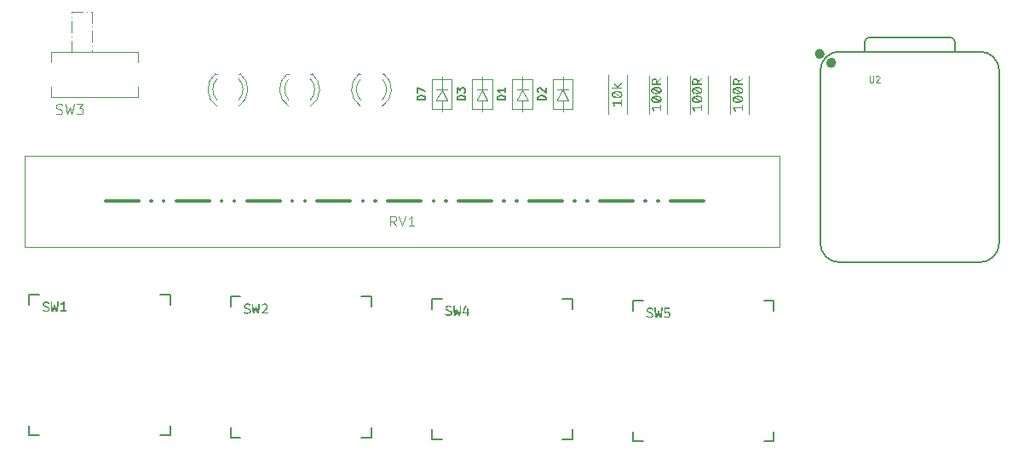
<source format=gbr>
%TF.GenerationSoftware,KiCad,Pcbnew,9.0.4-1.fc42app3*%
%TF.CreationDate,2025-10-16T16:53:33+02:00*%
%TF.ProjectId,ccc_macropad,6363635f-6d61-4637-926f-7061642e6b69,rev?*%
%TF.SameCoordinates,Original*%
%TF.FileFunction,Legend,Top*%
%TF.FilePolarity,Positive*%
%FSLAX46Y46*%
G04 Gerber Fmt 4.6, Leading zero omitted, Abs format (unit mm)*
G04 Created by KiCad (PCBNEW 9.0.4-1.fc42app3) date 2025-10-16 16:53:33*
%MOMM*%
%LPD*%
G01*
G04 APERTURE LIST*
%ADD10C,0.150000*%
%ADD11C,0.100000*%
%ADD12C,0.101600*%
%ADD13C,0.125000*%
%ADD14C,0.120000*%
%ADD15C,0.300000*%
%ADD16C,0.127000*%
%ADD17C,0.504000*%
G04 APERTURE END LIST*
D10*
G36*
X113788250Y-63958522D02*
G01*
X113876483Y-63863329D01*
X113940894Y-63913098D01*
X114014358Y-63950829D01*
X114093080Y-63974508D01*
X114171895Y-63982275D01*
X114237164Y-63977282D01*
X114289012Y-63963572D01*
X114330103Y-63942402D01*
X114363169Y-63912119D01*
X114382332Y-63876573D01*
X114388904Y-63833898D01*
X114385443Y-63806224D01*
X114375286Y-63781778D01*
X114358069Y-63759709D01*
X114323804Y-63731320D01*
X114277591Y-63704388D01*
X114167681Y-63657493D01*
X114047270Y-63608522D01*
X113989151Y-63579506D01*
X113937360Y-63546912D01*
X113892085Y-63508298D01*
X113856821Y-63463625D01*
X113840101Y-63430171D01*
X113829698Y-63391565D01*
X113826047Y-63346694D01*
X113829687Y-63302810D01*
X113840250Y-63263436D01*
X113857554Y-63227748D01*
X113893857Y-63180230D01*
X113940169Y-63140920D01*
X113993475Y-63110303D01*
X114051483Y-63088407D01*
X114111447Y-63075142D01*
X114167681Y-63070883D01*
X114230383Y-63075031D01*
X114290857Y-63087382D01*
X114349642Y-63108008D01*
X114405013Y-63136399D01*
X114454303Y-63171538D01*
X114498081Y-63213704D01*
X114405696Y-63299128D01*
X114346652Y-63250006D01*
X114292978Y-63220726D01*
X114235235Y-63204143D01*
X114167681Y-63198317D01*
X114121743Y-63202613D01*
X114074564Y-63215841D01*
X114030932Y-63237422D01*
X113995429Y-63266216D01*
X113977404Y-63289728D01*
X113966831Y-63315342D01*
X113963250Y-63343885D01*
X113966713Y-63372538D01*
X113976867Y-63397945D01*
X113994025Y-63420944D01*
X114028528Y-63450518D01*
X114075235Y-63478341D01*
X114185877Y-63527312D01*
X114305556Y-63577748D01*
X114363253Y-63606498D01*
X114415466Y-63638625D01*
X114461345Y-63676586D01*
X114496676Y-63720508D01*
X114513470Y-63753460D01*
X114523836Y-63790925D01*
X114527451Y-63833898D01*
X114521468Y-63894361D01*
X114504235Y-63946890D01*
X114475968Y-63993120D01*
X114435738Y-64034116D01*
X114388486Y-64065327D01*
X114330340Y-64088921D01*
X114259053Y-64104192D01*
X114171895Y-64109709D01*
X114098098Y-64104839D01*
X114027364Y-64090378D01*
X113959037Y-64066295D01*
X113893793Y-64034193D01*
X113837147Y-63998236D01*
X113788250Y-63958522D01*
G37*
G36*
X114627835Y-63093292D02*
G01*
X114765038Y-63093292D01*
X114765185Y-63350256D01*
X114776212Y-63567917D01*
X114797339Y-63772736D01*
X114823840Y-63938922D01*
X114959639Y-63425096D01*
X115080050Y-63425096D01*
X115215850Y-63937518D01*
X115241115Y-63771433D01*
X115261279Y-63567245D01*
X115272489Y-63350101D01*
X115274651Y-63093292D01*
X115411854Y-63093292D01*
X115409214Y-63313227D01*
X115400016Y-63505096D01*
X115385171Y-63671537D01*
X115363034Y-63837976D01*
X115338076Y-63975320D01*
X115311043Y-64087300D01*
X115127617Y-64087300D01*
X115019845Y-63651876D01*
X114912011Y-64087300D01*
X114728646Y-64087300D01*
X114701437Y-63975313D01*
X114675990Y-63837962D01*
X114652992Y-63671537D01*
X114637721Y-63505139D01*
X114628986Y-63313289D01*
X114627835Y-63093292D01*
G37*
G36*
X115580748Y-64087300D02*
G01*
X115580748Y-63964079D01*
X115838363Y-63964079D01*
X115838363Y-63315920D01*
X115774614Y-63355382D01*
X115704855Y-63387120D01*
X115628376Y-63411113D01*
X115570979Y-63283679D01*
X115653531Y-63257963D01*
X115738285Y-63215108D01*
X115791004Y-63178355D01*
X115834818Y-63137795D01*
X115870604Y-63093292D01*
X115978376Y-63093292D01*
X115978376Y-63964079D01*
X116214986Y-63964079D01*
X116214986Y-64087300D01*
X115580748Y-64087300D01*
G37*
G36*
X173798250Y-64558522D02*
G01*
X173886483Y-64463329D01*
X173950894Y-64513098D01*
X174024358Y-64550829D01*
X174103080Y-64574508D01*
X174181895Y-64582275D01*
X174247164Y-64577282D01*
X174299012Y-64563572D01*
X174340103Y-64542402D01*
X174373169Y-64512119D01*
X174392332Y-64476573D01*
X174398904Y-64433898D01*
X174395443Y-64406224D01*
X174385286Y-64381778D01*
X174368069Y-64359709D01*
X174333804Y-64331320D01*
X174287591Y-64304388D01*
X174177681Y-64257493D01*
X174057270Y-64208522D01*
X173999151Y-64179506D01*
X173947360Y-64146912D01*
X173902085Y-64108298D01*
X173866821Y-64063625D01*
X173850101Y-64030171D01*
X173839698Y-63991565D01*
X173836047Y-63946694D01*
X173839687Y-63902810D01*
X173850250Y-63863436D01*
X173867554Y-63827748D01*
X173903857Y-63780230D01*
X173950169Y-63740920D01*
X174003475Y-63710303D01*
X174061483Y-63688407D01*
X174121447Y-63675142D01*
X174177681Y-63670883D01*
X174240383Y-63675031D01*
X174300857Y-63687382D01*
X174359642Y-63708008D01*
X174415013Y-63736399D01*
X174464303Y-63771538D01*
X174508081Y-63813704D01*
X174415696Y-63899128D01*
X174356652Y-63850006D01*
X174302978Y-63820726D01*
X174245235Y-63804143D01*
X174177681Y-63798317D01*
X174131743Y-63802613D01*
X174084564Y-63815841D01*
X174040932Y-63837422D01*
X174005429Y-63866216D01*
X173987404Y-63889728D01*
X173976831Y-63915342D01*
X173973250Y-63943885D01*
X173976713Y-63972538D01*
X173986867Y-63997945D01*
X174004025Y-64020944D01*
X174038528Y-64050518D01*
X174085235Y-64078341D01*
X174195877Y-64127312D01*
X174315556Y-64177748D01*
X174373253Y-64206498D01*
X174425466Y-64238625D01*
X174471345Y-64276586D01*
X174506676Y-64320508D01*
X174523470Y-64353460D01*
X174533836Y-64390925D01*
X174537451Y-64433898D01*
X174531468Y-64494361D01*
X174514235Y-64546890D01*
X174485968Y-64593120D01*
X174445738Y-64634116D01*
X174398486Y-64665327D01*
X174340340Y-64688921D01*
X174269053Y-64704192D01*
X174181895Y-64709709D01*
X174108098Y-64704839D01*
X174037364Y-64690378D01*
X173969037Y-64666295D01*
X173903793Y-64634193D01*
X173847147Y-64598236D01*
X173798250Y-64558522D01*
G37*
G36*
X174637835Y-63693292D02*
G01*
X174775038Y-63693292D01*
X174775185Y-63950256D01*
X174786212Y-64167917D01*
X174807339Y-64372736D01*
X174833840Y-64538922D01*
X174969639Y-64025096D01*
X175090050Y-64025096D01*
X175225850Y-64537518D01*
X175251115Y-64371433D01*
X175271279Y-64167245D01*
X175282489Y-63950101D01*
X175284651Y-63693292D01*
X175421854Y-63693292D01*
X175419214Y-63913227D01*
X175410016Y-64105096D01*
X175395171Y-64271537D01*
X175373034Y-64437976D01*
X175348076Y-64575320D01*
X175321043Y-64687300D01*
X175137617Y-64687300D01*
X175029845Y-64251876D01*
X174922011Y-64687300D01*
X174738646Y-64687300D01*
X174711437Y-64575313D01*
X174685990Y-64437962D01*
X174662992Y-64271537D01*
X174647721Y-64105139D01*
X174638986Y-63913289D01*
X174637835Y-63693292D01*
G37*
G36*
X176166184Y-63816513D02*
G01*
X175743400Y-63816513D01*
X175743400Y-64127312D01*
X175781489Y-64098764D01*
X175828091Y-64076204D01*
X175879402Y-64062124D01*
X175936596Y-64057275D01*
X175985834Y-64061758D01*
X176031742Y-64075013D01*
X176075143Y-64097209D01*
X176113957Y-64126936D01*
X176147470Y-64163765D01*
X176175954Y-64208522D01*
X176196527Y-64257427D01*
X176209299Y-64312561D01*
X176213751Y-64375096D01*
X176209075Y-64440383D01*
X176195621Y-64498329D01*
X176173878Y-64550096D01*
X176143525Y-64597096D01*
X176106591Y-64636042D01*
X176062564Y-64667699D01*
X176013416Y-64690653D01*
X175958304Y-64704798D01*
X175895991Y-64709709D01*
X175835829Y-64706359D01*
X175781210Y-64696667D01*
X175731432Y-64681010D01*
X175684189Y-64658848D01*
X175633738Y-64627345D01*
X175579574Y-64585084D01*
X175670555Y-64498317D01*
X175719947Y-64538048D01*
X175768557Y-64564812D01*
X175821849Y-64580759D01*
X175887564Y-64586488D01*
X175937533Y-64580217D01*
X175981825Y-64561788D01*
X176021959Y-64530496D01*
X176052222Y-64489918D01*
X176071153Y-64439103D01*
X176077952Y-64375096D01*
X176072422Y-64318923D01*
X176056822Y-64272476D01*
X176031729Y-64233741D01*
X175997743Y-64203519D01*
X175957363Y-64185409D01*
X175908569Y-64179091D01*
X175866688Y-64182207D01*
X175823878Y-64191731D01*
X175782280Y-64206473D01*
X175743400Y-64225314D01*
X175620180Y-64225314D01*
X175620180Y-63693292D01*
X176166184Y-63693292D01*
X176166184Y-63816513D01*
G37*
G36*
X179365000Y-44147728D02*
G01*
X179241779Y-44147728D01*
X179241779Y-43890113D01*
X178593620Y-43890113D01*
X178633082Y-43953862D01*
X178664820Y-44023622D01*
X178688813Y-44100101D01*
X178561379Y-44157498D01*
X178535663Y-44074945D01*
X178492808Y-43990191D01*
X178456055Y-43937472D01*
X178415495Y-43893658D01*
X178370992Y-43857873D01*
X178370992Y-43750101D01*
X179241779Y-43750101D01*
X179241779Y-43513490D01*
X179365000Y-43513490D01*
X179365000Y-44147728D01*
G37*
G36*
X178976537Y-42620914D02*
G01*
X179073801Y-42633361D01*
X179136296Y-42647646D01*
X179191076Y-42666668D01*
X179239031Y-42690087D01*
X179282487Y-42720051D01*
X179318671Y-42756052D01*
X179348208Y-42798591D01*
X179369218Y-42845867D01*
X179382617Y-42902586D01*
X179387409Y-42970722D01*
X179382630Y-43038897D01*
X179369241Y-43095902D01*
X179348208Y-43143646D01*
X179318684Y-43186705D01*
X179282494Y-43223425D01*
X179239031Y-43254288D01*
X179191008Y-43278541D01*
X179136225Y-43298249D01*
X179073801Y-43313089D01*
X178976514Y-43326036D01*
X178868026Y-43330552D01*
X178758322Y-43326011D01*
X178661519Y-43313089D01*
X178599548Y-43298268D01*
X178544997Y-43278565D01*
X178497021Y-43254288D01*
X178453520Y-43223421D01*
X178417311Y-43186701D01*
X178387784Y-43143646D01*
X178366751Y-43095902D01*
X178353362Y-43038897D01*
X178348583Y-42970722D01*
X178473208Y-42970722D01*
X178476855Y-43018533D01*
X178486943Y-43057170D01*
X178502639Y-43088386D01*
X178524667Y-43115462D01*
X178552170Y-43137777D01*
X178585926Y-43155552D01*
X178642503Y-43173877D01*
X178711222Y-43185655D01*
X178784147Y-43191345D01*
X178866622Y-43193349D01*
X179000345Y-43188464D01*
X179060884Y-43180714D01*
X179113002Y-43168131D01*
X178524987Y-42827962D01*
X178502940Y-42854296D01*
X178486519Y-42886763D01*
X178476771Y-42923793D01*
X178473208Y-42970722D01*
X178348583Y-42970722D01*
X178353375Y-42902586D01*
X178366774Y-42845867D01*
X178387784Y-42798591D01*
X178404322Y-42774778D01*
X178625799Y-42774778D01*
X179212409Y-43113543D01*
X179233316Y-43087216D01*
X179249534Y-43054069D01*
X179259280Y-43016558D01*
X179262784Y-42970722D01*
X179259007Y-42922035D01*
X179248654Y-42883538D01*
X179232681Y-42853180D01*
X179210271Y-42827009D01*
X179182543Y-42805600D01*
X179148722Y-42788761D01*
X179092088Y-42771677D01*
X179022693Y-42760795D01*
X178949140Y-42755597D01*
X178866622Y-42753773D01*
X178736379Y-42757986D01*
X178676480Y-42764482D01*
X178625799Y-42774778D01*
X178404322Y-42774778D01*
X178417324Y-42756056D01*
X178453527Y-42720054D01*
X178497021Y-42690087D01*
X178571323Y-42656566D01*
X178661519Y-42633361D01*
X178758299Y-42620938D01*
X178868026Y-42616569D01*
X178976537Y-42620914D01*
G37*
G36*
X178976537Y-41753363D02*
G01*
X179073801Y-41765811D01*
X179136296Y-41780096D01*
X179191076Y-41799117D01*
X179239031Y-41822536D01*
X179282487Y-41852500D01*
X179318671Y-41888502D01*
X179348208Y-41931041D01*
X179369218Y-41978317D01*
X179382617Y-42035035D01*
X179387409Y-42103171D01*
X179382630Y-42171346D01*
X179369241Y-42228351D01*
X179348208Y-42276095D01*
X179318684Y-42319154D01*
X179282494Y-42355874D01*
X179239031Y-42386737D01*
X179191008Y-42410990D01*
X179136225Y-42430698D01*
X179073801Y-42445538D01*
X178976514Y-42458486D01*
X178868026Y-42463002D01*
X178758322Y-42458460D01*
X178661519Y-42445538D01*
X178599548Y-42430717D01*
X178544997Y-42411015D01*
X178497021Y-42386737D01*
X178453520Y-42355870D01*
X178417311Y-42319150D01*
X178387784Y-42276095D01*
X178366751Y-42228351D01*
X178353362Y-42171346D01*
X178348583Y-42103171D01*
X178473208Y-42103171D01*
X178476855Y-42150982D01*
X178486943Y-42189620D01*
X178502639Y-42220835D01*
X178524667Y-42247912D01*
X178552170Y-42270226D01*
X178585926Y-42288002D01*
X178642503Y-42306326D01*
X178711222Y-42318105D01*
X178784147Y-42323794D01*
X178866622Y-42325798D01*
X179000345Y-42320913D01*
X179060884Y-42313164D01*
X179113002Y-42300580D01*
X178524987Y-41960411D01*
X178502940Y-41986746D01*
X178486519Y-42019213D01*
X178476771Y-42056242D01*
X178473208Y-42103171D01*
X178348583Y-42103171D01*
X178353375Y-42035035D01*
X178366774Y-41978317D01*
X178387784Y-41931041D01*
X178404323Y-41907227D01*
X178625799Y-41907227D01*
X179212409Y-42245992D01*
X179233316Y-42219666D01*
X179249534Y-42186519D01*
X179259280Y-42149007D01*
X179262784Y-42103171D01*
X179259007Y-42054484D01*
X179248654Y-42015988D01*
X179232681Y-41985629D01*
X179210271Y-41959458D01*
X179182543Y-41938049D01*
X179148722Y-41921210D01*
X179092088Y-41904126D01*
X179022693Y-41893244D01*
X178949140Y-41888047D01*
X178866622Y-41886222D01*
X178736379Y-41890435D01*
X178676480Y-41896931D01*
X178625799Y-41907227D01*
X178404323Y-41907227D01*
X178417324Y-41888506D01*
X178453527Y-41852504D01*
X178497021Y-41822536D01*
X178571323Y-41789016D01*
X178661519Y-41765811D01*
X178758299Y-41753388D01*
X178868026Y-41749019D01*
X178976537Y-41753363D01*
G37*
G36*
X179365000Y-41010245D02*
G01*
X178970181Y-41272074D01*
X178970181Y-41444265D01*
X179365000Y-41444265D01*
X179365000Y-41581468D01*
X178370992Y-41581468D01*
X178370992Y-41227255D01*
X178494213Y-41227255D01*
X178494213Y-41444265D01*
X178847021Y-41444265D01*
X178847021Y-41227255D01*
X178840681Y-41162860D01*
X178823614Y-41115232D01*
X178797318Y-41080282D01*
X178761688Y-41054114D01*
X178720030Y-41038211D01*
X178670617Y-41032655D01*
X178614686Y-41038519D01*
X178572120Y-41054551D01*
X178539746Y-41079750D01*
X178515766Y-41114988D01*
X178500059Y-41162851D01*
X178494213Y-41227255D01*
X178370992Y-41227255D01*
X178376869Y-41140611D01*
X178392896Y-41072335D01*
X178417324Y-41018874D01*
X178449394Y-40977395D01*
X178490809Y-40943922D01*
X178540315Y-40919354D01*
X178599537Y-40903802D01*
X178670617Y-40898260D01*
X178745286Y-40905036D01*
X178807969Y-40924210D01*
X178861004Y-40954985D01*
X178894519Y-40985770D01*
X178922256Y-41023802D01*
X178944342Y-41070186D01*
X178960411Y-41126444D01*
X179351017Y-40860463D01*
X179365000Y-40860463D01*
X179365000Y-41010245D01*
G37*
G36*
X183415000Y-44147728D02*
G01*
X183291779Y-44147728D01*
X183291779Y-43890113D01*
X182643620Y-43890113D01*
X182683082Y-43953862D01*
X182714820Y-44023622D01*
X182738813Y-44100101D01*
X182611379Y-44157498D01*
X182585663Y-44074945D01*
X182542808Y-43990191D01*
X182506055Y-43937472D01*
X182465495Y-43893658D01*
X182420992Y-43857873D01*
X182420992Y-43750101D01*
X183291779Y-43750101D01*
X183291779Y-43513490D01*
X183415000Y-43513490D01*
X183415000Y-44147728D01*
G37*
G36*
X183026537Y-42620914D02*
G01*
X183123801Y-42633361D01*
X183186296Y-42647646D01*
X183241076Y-42666668D01*
X183289031Y-42690087D01*
X183332487Y-42720051D01*
X183368671Y-42756052D01*
X183398208Y-42798591D01*
X183419218Y-42845867D01*
X183432617Y-42902586D01*
X183437409Y-42970722D01*
X183432630Y-43038897D01*
X183419241Y-43095902D01*
X183398208Y-43143646D01*
X183368684Y-43186705D01*
X183332494Y-43223425D01*
X183289031Y-43254288D01*
X183241008Y-43278541D01*
X183186225Y-43298249D01*
X183123801Y-43313089D01*
X183026514Y-43326036D01*
X182918026Y-43330552D01*
X182808322Y-43326011D01*
X182711519Y-43313089D01*
X182649548Y-43298268D01*
X182594997Y-43278565D01*
X182547021Y-43254288D01*
X182503520Y-43223421D01*
X182467311Y-43186701D01*
X182437784Y-43143646D01*
X182416751Y-43095902D01*
X182403362Y-43038897D01*
X182398583Y-42970722D01*
X182523208Y-42970722D01*
X182526855Y-43018533D01*
X182536943Y-43057170D01*
X182552639Y-43088386D01*
X182574667Y-43115462D01*
X182602170Y-43137777D01*
X182635926Y-43155552D01*
X182692503Y-43173877D01*
X182761222Y-43185655D01*
X182834147Y-43191345D01*
X182916622Y-43193349D01*
X183050345Y-43188464D01*
X183110884Y-43180714D01*
X183163002Y-43168131D01*
X182574987Y-42827962D01*
X182552940Y-42854296D01*
X182536519Y-42886763D01*
X182526771Y-42923793D01*
X182523208Y-42970722D01*
X182398583Y-42970722D01*
X182403375Y-42902586D01*
X182416774Y-42845867D01*
X182437784Y-42798591D01*
X182454322Y-42774778D01*
X182675799Y-42774778D01*
X183262409Y-43113543D01*
X183283316Y-43087216D01*
X183299534Y-43054069D01*
X183309280Y-43016558D01*
X183312784Y-42970722D01*
X183309007Y-42922035D01*
X183298654Y-42883538D01*
X183282681Y-42853180D01*
X183260271Y-42827009D01*
X183232543Y-42805600D01*
X183198722Y-42788761D01*
X183142088Y-42771677D01*
X183072693Y-42760795D01*
X182999140Y-42755597D01*
X182916622Y-42753773D01*
X182786379Y-42757986D01*
X182726480Y-42764482D01*
X182675799Y-42774778D01*
X182454322Y-42774778D01*
X182467324Y-42756056D01*
X182503527Y-42720054D01*
X182547021Y-42690087D01*
X182621323Y-42656566D01*
X182711519Y-42633361D01*
X182808299Y-42620938D01*
X182918026Y-42616569D01*
X183026537Y-42620914D01*
G37*
G36*
X183026537Y-41753363D02*
G01*
X183123801Y-41765811D01*
X183186296Y-41780096D01*
X183241076Y-41799117D01*
X183289031Y-41822536D01*
X183332487Y-41852500D01*
X183368671Y-41888502D01*
X183398208Y-41931041D01*
X183419218Y-41978317D01*
X183432617Y-42035035D01*
X183437409Y-42103171D01*
X183432630Y-42171346D01*
X183419241Y-42228351D01*
X183398208Y-42276095D01*
X183368684Y-42319154D01*
X183332494Y-42355874D01*
X183289031Y-42386737D01*
X183241008Y-42410990D01*
X183186225Y-42430698D01*
X183123801Y-42445538D01*
X183026514Y-42458486D01*
X182918026Y-42463002D01*
X182808322Y-42458460D01*
X182711519Y-42445538D01*
X182649548Y-42430717D01*
X182594997Y-42411015D01*
X182547021Y-42386737D01*
X182503520Y-42355870D01*
X182467311Y-42319150D01*
X182437784Y-42276095D01*
X182416751Y-42228351D01*
X182403362Y-42171346D01*
X182398583Y-42103171D01*
X182523208Y-42103171D01*
X182526855Y-42150982D01*
X182536943Y-42189620D01*
X182552639Y-42220835D01*
X182574667Y-42247912D01*
X182602170Y-42270226D01*
X182635926Y-42288002D01*
X182692503Y-42306326D01*
X182761222Y-42318105D01*
X182834147Y-42323794D01*
X182916622Y-42325798D01*
X183050345Y-42320913D01*
X183110884Y-42313164D01*
X183163002Y-42300580D01*
X182574987Y-41960411D01*
X182552940Y-41986746D01*
X182536519Y-42019213D01*
X182526771Y-42056242D01*
X182523208Y-42103171D01*
X182398583Y-42103171D01*
X182403375Y-42035035D01*
X182416774Y-41978317D01*
X182437784Y-41931041D01*
X182454323Y-41907227D01*
X182675799Y-41907227D01*
X183262409Y-42245992D01*
X183283316Y-42219666D01*
X183299534Y-42186519D01*
X183309280Y-42149007D01*
X183312784Y-42103171D01*
X183309007Y-42054484D01*
X183298654Y-42015988D01*
X183282681Y-41985629D01*
X183260271Y-41959458D01*
X183232543Y-41938049D01*
X183198722Y-41921210D01*
X183142088Y-41904126D01*
X183072693Y-41893244D01*
X182999140Y-41888047D01*
X182916622Y-41886222D01*
X182786379Y-41890435D01*
X182726480Y-41896931D01*
X182675799Y-41907227D01*
X182454323Y-41907227D01*
X182467324Y-41888506D01*
X182503527Y-41852504D01*
X182547021Y-41822536D01*
X182621323Y-41789016D01*
X182711519Y-41765811D01*
X182808299Y-41753388D01*
X182918026Y-41749019D01*
X183026537Y-41753363D01*
G37*
G36*
X183415000Y-41010245D02*
G01*
X183020181Y-41272074D01*
X183020181Y-41444265D01*
X183415000Y-41444265D01*
X183415000Y-41581468D01*
X182420992Y-41581468D01*
X182420992Y-41227255D01*
X182544213Y-41227255D01*
X182544213Y-41444265D01*
X182897021Y-41444265D01*
X182897021Y-41227255D01*
X182890681Y-41162860D01*
X182873614Y-41115232D01*
X182847318Y-41080282D01*
X182811688Y-41054114D01*
X182770030Y-41038211D01*
X182720617Y-41032655D01*
X182664686Y-41038519D01*
X182622120Y-41054551D01*
X182589746Y-41079750D01*
X182565766Y-41114988D01*
X182550059Y-41162851D01*
X182544213Y-41227255D01*
X182420992Y-41227255D01*
X182426869Y-41140611D01*
X182442896Y-41072335D01*
X182467324Y-41018874D01*
X182499394Y-40977395D01*
X182540809Y-40943922D01*
X182590315Y-40919354D01*
X182649537Y-40903802D01*
X182720617Y-40898260D01*
X182795286Y-40905036D01*
X182857969Y-40924210D01*
X182911004Y-40954985D01*
X182944519Y-40985770D01*
X182972256Y-41023802D01*
X182994342Y-41070186D01*
X183010411Y-41126444D01*
X183401017Y-40860463D01*
X183415000Y-40860463D01*
X183415000Y-41010245D01*
G37*
G36*
X153794917Y-64358522D02*
G01*
X153883150Y-64263329D01*
X153947561Y-64313098D01*
X154021025Y-64350829D01*
X154099747Y-64374508D01*
X154178562Y-64382275D01*
X154243831Y-64377282D01*
X154295679Y-64363572D01*
X154336770Y-64342402D01*
X154369836Y-64312119D01*
X154388999Y-64276573D01*
X154395571Y-64233898D01*
X154392110Y-64206224D01*
X154381953Y-64181778D01*
X154364736Y-64159709D01*
X154330471Y-64131320D01*
X154284258Y-64104388D01*
X154174348Y-64057493D01*
X154053937Y-64008522D01*
X153995818Y-63979506D01*
X153944027Y-63946912D01*
X153898752Y-63908298D01*
X153863488Y-63863625D01*
X153846768Y-63830171D01*
X153836365Y-63791565D01*
X153832714Y-63746694D01*
X153836354Y-63702810D01*
X153846917Y-63663436D01*
X153864221Y-63627748D01*
X153900524Y-63580230D01*
X153946836Y-63540920D01*
X154000142Y-63510303D01*
X154058150Y-63488407D01*
X154118114Y-63475142D01*
X154174348Y-63470883D01*
X154237050Y-63475031D01*
X154297524Y-63487382D01*
X154356309Y-63508008D01*
X154411680Y-63536399D01*
X154460970Y-63571538D01*
X154504748Y-63613704D01*
X154412363Y-63699128D01*
X154353319Y-63650006D01*
X154299645Y-63620726D01*
X154241902Y-63604143D01*
X154174348Y-63598317D01*
X154128410Y-63602613D01*
X154081231Y-63615841D01*
X154037599Y-63637422D01*
X154002096Y-63666216D01*
X153984071Y-63689728D01*
X153973498Y-63715342D01*
X153969917Y-63743885D01*
X153973380Y-63772538D01*
X153983534Y-63797945D01*
X154000692Y-63820944D01*
X154035195Y-63850518D01*
X154081902Y-63878341D01*
X154192544Y-63927312D01*
X154312223Y-63977748D01*
X154369920Y-64006498D01*
X154422133Y-64038625D01*
X154468012Y-64076586D01*
X154503343Y-64120508D01*
X154520137Y-64153460D01*
X154530503Y-64190925D01*
X154534118Y-64233898D01*
X154528135Y-64294361D01*
X154510902Y-64346890D01*
X154482635Y-64393120D01*
X154442405Y-64434116D01*
X154395153Y-64465327D01*
X154337007Y-64488921D01*
X154265720Y-64504192D01*
X154178562Y-64509709D01*
X154104765Y-64504839D01*
X154034031Y-64490378D01*
X153965704Y-64466295D01*
X153900460Y-64434193D01*
X153843814Y-64398236D01*
X153794917Y-64358522D01*
G37*
G36*
X154634502Y-63493292D02*
G01*
X154771705Y-63493292D01*
X154771852Y-63750256D01*
X154782879Y-63967917D01*
X154804006Y-64172736D01*
X154830507Y-64338922D01*
X154966306Y-63825096D01*
X155086717Y-63825096D01*
X155222517Y-64337518D01*
X155247782Y-64171433D01*
X155267946Y-63967245D01*
X155279156Y-63750101D01*
X155281318Y-63493292D01*
X155418521Y-63493292D01*
X155415881Y-63713227D01*
X155406683Y-63905096D01*
X155391838Y-64071537D01*
X155369701Y-64237976D01*
X155344743Y-64375320D01*
X155317710Y-64487300D01*
X155134284Y-64487300D01*
X155026512Y-64051876D01*
X154918678Y-64487300D01*
X154735313Y-64487300D01*
X154708104Y-64375313D01*
X154682657Y-64237962D01*
X154659659Y-64071537D01*
X154644388Y-63905139D01*
X154635653Y-63713289D01*
X154634502Y-63493292D01*
G37*
G36*
X156239849Y-64142917D02*
G01*
X156239849Y-64266077D01*
X156113820Y-64266077D01*
X156113820Y-64487300D01*
X155976616Y-64487300D01*
X155976616Y-64266077D01*
X155562258Y-64266077D01*
X155562258Y-64142917D01*
X155611287Y-63997894D01*
X155668626Y-63844025D01*
X155734634Y-63684896D01*
X155822621Y-63493292D01*
X155964038Y-63493292D01*
X155964038Y-63507275D01*
X155876108Y-63695874D01*
X155810714Y-63850986D01*
X155755682Y-64001083D01*
X155712040Y-64142917D01*
X155976616Y-64142917D01*
X155976616Y-63780278D01*
X156113820Y-63780278D01*
X156113820Y-64142917D01*
X156239849Y-64142917D01*
G37*
D11*
X148964761Y-55582419D02*
X148631428Y-55106228D01*
X148393333Y-55582419D02*
X148393333Y-54582419D01*
X148393333Y-54582419D02*
X148774285Y-54582419D01*
X148774285Y-54582419D02*
X148869523Y-54630038D01*
X148869523Y-54630038D02*
X148917142Y-54677657D01*
X148917142Y-54677657D02*
X148964761Y-54772895D01*
X148964761Y-54772895D02*
X148964761Y-54915752D01*
X148964761Y-54915752D02*
X148917142Y-55010990D01*
X148917142Y-55010990D02*
X148869523Y-55058609D01*
X148869523Y-55058609D02*
X148774285Y-55106228D01*
X148774285Y-55106228D02*
X148393333Y-55106228D01*
X149250476Y-54582419D02*
X149583809Y-55582419D01*
X149583809Y-55582419D02*
X149917142Y-54582419D01*
X150774285Y-55582419D02*
X150202857Y-55582419D01*
X150488571Y-55582419D02*
X150488571Y-54582419D01*
X150488571Y-54582419D02*
X150393333Y-54725276D01*
X150393333Y-54725276D02*
X150298095Y-54820514D01*
X150298095Y-54820514D02*
X150202857Y-54868133D01*
D12*
X196016190Y-40653479D02*
X196016190Y-41167526D01*
X196016190Y-41167526D02*
X196046428Y-41228002D01*
X196046428Y-41228002D02*
X196076666Y-41258241D01*
X196076666Y-41258241D02*
X196137142Y-41288479D01*
X196137142Y-41288479D02*
X196258095Y-41288479D01*
X196258095Y-41288479D02*
X196318571Y-41258241D01*
X196318571Y-41258241D02*
X196348809Y-41228002D01*
X196348809Y-41228002D02*
X196379047Y-41167526D01*
X196379047Y-41167526D02*
X196379047Y-40653479D01*
X196651190Y-40713955D02*
X196681428Y-40683717D01*
X196681428Y-40683717D02*
X196741904Y-40653479D01*
X196741904Y-40653479D02*
X196893095Y-40653479D01*
X196893095Y-40653479D02*
X196953571Y-40683717D01*
X196953571Y-40683717D02*
X196983809Y-40713955D01*
X196983809Y-40713955D02*
X197014047Y-40774431D01*
X197014047Y-40774431D02*
X197014047Y-40834907D01*
X197014047Y-40834907D02*
X196983809Y-40925621D01*
X196983809Y-40925621D02*
X196620952Y-41288479D01*
X196620952Y-41288479D02*
X197014047Y-41288479D01*
D10*
X163830295Y-43050475D02*
X163030295Y-43050475D01*
X163030295Y-43050475D02*
X163030295Y-42859999D01*
X163030295Y-42859999D02*
X163068390Y-42745713D01*
X163068390Y-42745713D02*
X163144580Y-42669523D01*
X163144580Y-42669523D02*
X163220771Y-42631428D01*
X163220771Y-42631428D02*
X163373152Y-42593332D01*
X163373152Y-42593332D02*
X163487438Y-42593332D01*
X163487438Y-42593332D02*
X163639819Y-42631428D01*
X163639819Y-42631428D02*
X163716009Y-42669523D01*
X163716009Y-42669523D02*
X163792200Y-42745713D01*
X163792200Y-42745713D02*
X163830295Y-42859999D01*
X163830295Y-42859999D02*
X163830295Y-43050475D01*
X163106485Y-42288571D02*
X163068390Y-42250475D01*
X163068390Y-42250475D02*
X163030295Y-42174285D01*
X163030295Y-42174285D02*
X163030295Y-41983809D01*
X163030295Y-41983809D02*
X163068390Y-41907618D01*
X163068390Y-41907618D02*
X163106485Y-41869523D01*
X163106485Y-41869523D02*
X163182676Y-41831428D01*
X163182676Y-41831428D02*
X163258866Y-41831428D01*
X163258866Y-41831428D02*
X163373152Y-41869523D01*
X163373152Y-41869523D02*
X163830295Y-42326666D01*
X163830295Y-42326666D02*
X163830295Y-41831428D01*
D11*
X115166667Y-44409800D02*
X115309524Y-44457419D01*
X115309524Y-44457419D02*
X115547619Y-44457419D01*
X115547619Y-44457419D02*
X115642857Y-44409800D01*
X115642857Y-44409800D02*
X115690476Y-44362180D01*
X115690476Y-44362180D02*
X115738095Y-44266942D01*
X115738095Y-44266942D02*
X115738095Y-44171704D01*
X115738095Y-44171704D02*
X115690476Y-44076466D01*
X115690476Y-44076466D02*
X115642857Y-44028847D01*
X115642857Y-44028847D02*
X115547619Y-43981228D01*
X115547619Y-43981228D02*
X115357143Y-43933609D01*
X115357143Y-43933609D02*
X115261905Y-43885990D01*
X115261905Y-43885990D02*
X115214286Y-43838371D01*
X115214286Y-43838371D02*
X115166667Y-43743133D01*
X115166667Y-43743133D02*
X115166667Y-43647895D01*
X115166667Y-43647895D02*
X115214286Y-43552657D01*
X115214286Y-43552657D02*
X115261905Y-43505038D01*
X115261905Y-43505038D02*
X115357143Y-43457419D01*
X115357143Y-43457419D02*
X115595238Y-43457419D01*
X115595238Y-43457419D02*
X115738095Y-43505038D01*
X116071429Y-43457419D02*
X116309524Y-44457419D01*
X116309524Y-44457419D02*
X116500000Y-43743133D01*
X116500000Y-43743133D02*
X116690476Y-44457419D01*
X116690476Y-44457419D02*
X116928572Y-43457419D01*
X117214286Y-43457419D02*
X117833333Y-43457419D01*
X117833333Y-43457419D02*
X117500000Y-43838371D01*
X117500000Y-43838371D02*
X117642857Y-43838371D01*
X117642857Y-43838371D02*
X117738095Y-43885990D01*
X117738095Y-43885990D02*
X117785714Y-43933609D01*
X117785714Y-43933609D02*
X117833333Y-44028847D01*
X117833333Y-44028847D02*
X117833333Y-44266942D01*
X117833333Y-44266942D02*
X117785714Y-44362180D01*
X117785714Y-44362180D02*
X117738095Y-44409800D01*
X117738095Y-44409800D02*
X117642857Y-44457419D01*
X117642857Y-44457419D02*
X117357143Y-44457419D01*
X117357143Y-44457419D02*
X117261905Y-44409800D01*
X117261905Y-44409800D02*
X117214286Y-44362180D01*
D10*
G36*
X175315000Y-44147728D02*
G01*
X175191779Y-44147728D01*
X175191779Y-43890113D01*
X174543620Y-43890113D01*
X174583082Y-43953862D01*
X174614820Y-44023622D01*
X174638813Y-44100101D01*
X174511379Y-44157498D01*
X174485663Y-44074945D01*
X174442808Y-43990191D01*
X174406055Y-43937472D01*
X174365495Y-43893658D01*
X174320992Y-43857873D01*
X174320992Y-43750101D01*
X175191779Y-43750101D01*
X175191779Y-43513490D01*
X175315000Y-43513490D01*
X175315000Y-44147728D01*
G37*
G36*
X174926537Y-42620914D02*
G01*
X175023801Y-42633361D01*
X175086296Y-42647646D01*
X175141076Y-42666668D01*
X175189031Y-42690087D01*
X175232487Y-42720051D01*
X175268671Y-42756052D01*
X175298208Y-42798591D01*
X175319218Y-42845867D01*
X175332617Y-42902586D01*
X175337409Y-42970722D01*
X175332630Y-43038897D01*
X175319241Y-43095902D01*
X175298208Y-43143646D01*
X175268684Y-43186705D01*
X175232494Y-43223425D01*
X175189031Y-43254288D01*
X175141008Y-43278541D01*
X175086225Y-43298249D01*
X175023801Y-43313089D01*
X174926514Y-43326036D01*
X174818026Y-43330552D01*
X174708322Y-43326011D01*
X174611519Y-43313089D01*
X174549548Y-43298268D01*
X174494997Y-43278565D01*
X174447021Y-43254288D01*
X174403520Y-43223421D01*
X174367311Y-43186701D01*
X174337784Y-43143646D01*
X174316751Y-43095902D01*
X174303362Y-43038897D01*
X174298583Y-42970722D01*
X174423208Y-42970722D01*
X174426855Y-43018533D01*
X174436943Y-43057170D01*
X174452639Y-43088386D01*
X174474667Y-43115462D01*
X174502170Y-43137777D01*
X174535926Y-43155552D01*
X174592503Y-43173877D01*
X174661222Y-43185655D01*
X174734147Y-43191345D01*
X174816622Y-43193349D01*
X174950345Y-43188464D01*
X175010884Y-43180714D01*
X175063002Y-43168131D01*
X174474987Y-42827962D01*
X174452940Y-42854296D01*
X174436519Y-42886763D01*
X174426771Y-42923793D01*
X174423208Y-42970722D01*
X174298583Y-42970722D01*
X174303375Y-42902586D01*
X174316774Y-42845867D01*
X174337784Y-42798591D01*
X174354322Y-42774778D01*
X174575799Y-42774778D01*
X175162409Y-43113543D01*
X175183316Y-43087216D01*
X175199534Y-43054069D01*
X175209280Y-43016558D01*
X175212784Y-42970722D01*
X175209007Y-42922035D01*
X175198654Y-42883538D01*
X175182681Y-42853180D01*
X175160271Y-42827009D01*
X175132543Y-42805600D01*
X175098722Y-42788761D01*
X175042088Y-42771677D01*
X174972693Y-42760795D01*
X174899140Y-42755597D01*
X174816622Y-42753773D01*
X174686379Y-42757986D01*
X174626480Y-42764482D01*
X174575799Y-42774778D01*
X174354322Y-42774778D01*
X174367324Y-42756056D01*
X174403527Y-42720054D01*
X174447021Y-42690087D01*
X174521323Y-42656566D01*
X174611519Y-42633361D01*
X174708299Y-42620938D01*
X174818026Y-42616569D01*
X174926537Y-42620914D01*
G37*
G36*
X174926537Y-41753363D02*
G01*
X175023801Y-41765811D01*
X175086296Y-41780096D01*
X175141076Y-41799117D01*
X175189031Y-41822536D01*
X175232487Y-41852500D01*
X175268671Y-41888502D01*
X175298208Y-41931041D01*
X175319218Y-41978317D01*
X175332617Y-42035035D01*
X175337409Y-42103171D01*
X175332630Y-42171346D01*
X175319241Y-42228351D01*
X175298208Y-42276095D01*
X175268684Y-42319154D01*
X175232494Y-42355874D01*
X175189031Y-42386737D01*
X175141008Y-42410990D01*
X175086225Y-42430698D01*
X175023801Y-42445538D01*
X174926514Y-42458486D01*
X174818026Y-42463002D01*
X174708322Y-42458460D01*
X174611519Y-42445538D01*
X174549548Y-42430717D01*
X174494997Y-42411015D01*
X174447021Y-42386737D01*
X174403520Y-42355870D01*
X174367311Y-42319150D01*
X174337784Y-42276095D01*
X174316751Y-42228351D01*
X174303362Y-42171346D01*
X174298583Y-42103171D01*
X174423208Y-42103171D01*
X174426855Y-42150982D01*
X174436943Y-42189620D01*
X174452639Y-42220835D01*
X174474667Y-42247912D01*
X174502170Y-42270226D01*
X174535926Y-42288002D01*
X174592503Y-42306326D01*
X174661222Y-42318105D01*
X174734147Y-42323794D01*
X174816622Y-42325798D01*
X174950345Y-42320913D01*
X175010884Y-42313164D01*
X175063002Y-42300580D01*
X174474987Y-41960411D01*
X174452940Y-41986746D01*
X174436519Y-42019213D01*
X174426771Y-42056242D01*
X174423208Y-42103171D01*
X174298583Y-42103171D01*
X174303375Y-42035035D01*
X174316774Y-41978317D01*
X174337784Y-41931041D01*
X174354323Y-41907227D01*
X174575799Y-41907227D01*
X175162409Y-42245992D01*
X175183316Y-42219666D01*
X175199534Y-42186519D01*
X175209280Y-42149007D01*
X175212784Y-42103171D01*
X175209007Y-42054484D01*
X175198654Y-42015988D01*
X175182681Y-41985629D01*
X175160271Y-41959458D01*
X175132543Y-41938049D01*
X175098722Y-41921210D01*
X175042088Y-41904126D01*
X174972693Y-41893244D01*
X174899140Y-41888047D01*
X174816622Y-41886222D01*
X174686379Y-41890435D01*
X174626480Y-41896931D01*
X174575799Y-41907227D01*
X174354323Y-41907227D01*
X174367324Y-41888506D01*
X174403527Y-41852504D01*
X174447021Y-41822536D01*
X174521323Y-41789016D01*
X174611519Y-41765811D01*
X174708299Y-41753388D01*
X174818026Y-41749019D01*
X174926537Y-41753363D01*
G37*
G36*
X175315000Y-41010245D02*
G01*
X174920181Y-41272074D01*
X174920181Y-41444265D01*
X175315000Y-41444265D01*
X175315000Y-41581468D01*
X174320992Y-41581468D01*
X174320992Y-41227255D01*
X174444213Y-41227255D01*
X174444213Y-41444265D01*
X174797021Y-41444265D01*
X174797021Y-41227255D01*
X174790681Y-41162860D01*
X174773614Y-41115232D01*
X174747318Y-41080282D01*
X174711688Y-41054114D01*
X174670030Y-41038211D01*
X174620617Y-41032655D01*
X174564686Y-41038519D01*
X174522120Y-41054551D01*
X174489746Y-41079750D01*
X174465766Y-41114988D01*
X174450059Y-41162851D01*
X174444213Y-41227255D01*
X174320992Y-41227255D01*
X174326869Y-41140611D01*
X174342896Y-41072335D01*
X174367324Y-41018874D01*
X174399394Y-40977395D01*
X174440809Y-40943922D01*
X174490315Y-40919354D01*
X174549537Y-40903802D01*
X174620617Y-40898260D01*
X174695286Y-40905036D01*
X174757969Y-40924210D01*
X174811004Y-40954985D01*
X174844519Y-40985770D01*
X174872256Y-41023802D01*
X174894342Y-41070186D01*
X174910411Y-41126444D01*
X175301017Y-40860463D01*
X175315000Y-40860463D01*
X175315000Y-41010245D01*
G37*
D13*
G36*
X171415000Y-43673952D02*
G01*
X171291779Y-43673952D01*
X171291779Y-43416337D01*
X170643620Y-43416337D01*
X170683082Y-43480086D01*
X170714820Y-43549846D01*
X170738813Y-43626325D01*
X170611379Y-43683722D01*
X170585663Y-43601169D01*
X170542808Y-43516415D01*
X170506055Y-43463696D01*
X170465495Y-43419882D01*
X170420992Y-43384097D01*
X170420992Y-43276325D01*
X171291779Y-43276325D01*
X171291779Y-43039714D01*
X171415000Y-43039714D01*
X171415000Y-43673952D01*
G37*
G36*
X171026537Y-42147138D02*
G01*
X171123801Y-42159585D01*
X171186296Y-42173870D01*
X171241076Y-42192892D01*
X171289031Y-42216311D01*
X171332487Y-42246275D01*
X171368671Y-42282276D01*
X171398208Y-42324815D01*
X171419218Y-42372091D01*
X171432617Y-42428810D01*
X171437409Y-42496946D01*
X171432630Y-42565121D01*
X171419241Y-42622126D01*
X171398208Y-42669870D01*
X171368684Y-42712929D01*
X171332494Y-42749649D01*
X171289031Y-42780512D01*
X171241008Y-42804765D01*
X171186225Y-42824473D01*
X171123801Y-42839313D01*
X171026514Y-42852260D01*
X170918026Y-42856776D01*
X170808322Y-42852235D01*
X170711519Y-42839313D01*
X170649548Y-42824492D01*
X170594997Y-42804789D01*
X170547021Y-42780512D01*
X170503520Y-42749645D01*
X170467311Y-42712925D01*
X170437784Y-42669870D01*
X170416751Y-42622126D01*
X170403362Y-42565121D01*
X170398583Y-42496946D01*
X170523208Y-42496946D01*
X170526855Y-42544757D01*
X170536943Y-42583394D01*
X170552639Y-42614610D01*
X170574667Y-42641686D01*
X170602170Y-42664001D01*
X170635926Y-42681776D01*
X170692503Y-42700101D01*
X170761222Y-42711879D01*
X170834147Y-42717569D01*
X170916622Y-42719573D01*
X171050345Y-42714688D01*
X171110884Y-42706938D01*
X171163002Y-42694355D01*
X170574987Y-42354186D01*
X170552940Y-42380520D01*
X170536519Y-42412987D01*
X170526771Y-42450017D01*
X170523208Y-42496946D01*
X170398583Y-42496946D01*
X170403375Y-42428810D01*
X170416774Y-42372091D01*
X170437784Y-42324815D01*
X170454322Y-42301002D01*
X170675799Y-42301002D01*
X171262409Y-42639767D01*
X171283316Y-42613440D01*
X171299534Y-42580293D01*
X171309280Y-42542782D01*
X171312784Y-42496946D01*
X171309007Y-42448259D01*
X171298654Y-42409762D01*
X171282681Y-42379404D01*
X171260271Y-42353233D01*
X171232543Y-42331824D01*
X171198722Y-42314985D01*
X171142088Y-42297901D01*
X171072693Y-42287019D01*
X170999140Y-42281821D01*
X170916622Y-42279997D01*
X170786379Y-42284210D01*
X170726480Y-42290706D01*
X170675799Y-42301002D01*
X170454322Y-42301002D01*
X170467324Y-42282280D01*
X170503527Y-42246278D01*
X170547021Y-42216311D01*
X170621323Y-42182790D01*
X170711519Y-42159585D01*
X170808299Y-42147162D01*
X170918026Y-42142793D01*
X171026537Y-42147138D01*
G37*
G36*
X171415000Y-41416598D02*
G01*
X171066404Y-41706454D01*
X171161598Y-41796030D01*
X171415000Y-41796030D01*
X171415000Y-41933233D01*
X170365000Y-41933233D01*
X170365000Y-41796030D01*
X170978171Y-41796030D01*
X170645024Y-41481017D01*
X170645024Y-41321405D01*
X170659007Y-41321405D01*
X170975423Y-41621030D01*
X171401017Y-41261199D01*
X171415000Y-41261199D01*
X171415000Y-41416598D01*
G37*
D10*
X159830295Y-43050475D02*
X159030295Y-43050475D01*
X159030295Y-43050475D02*
X159030295Y-42859999D01*
X159030295Y-42859999D02*
X159068390Y-42745713D01*
X159068390Y-42745713D02*
X159144580Y-42669523D01*
X159144580Y-42669523D02*
X159220771Y-42631428D01*
X159220771Y-42631428D02*
X159373152Y-42593332D01*
X159373152Y-42593332D02*
X159487438Y-42593332D01*
X159487438Y-42593332D02*
X159639819Y-42631428D01*
X159639819Y-42631428D02*
X159716009Y-42669523D01*
X159716009Y-42669523D02*
X159792200Y-42745713D01*
X159792200Y-42745713D02*
X159830295Y-42859999D01*
X159830295Y-42859999D02*
X159830295Y-43050475D01*
X159830295Y-41831428D02*
X159830295Y-42288571D01*
X159830295Y-42059999D02*
X159030295Y-42059999D01*
X159030295Y-42059999D02*
X159144580Y-42136190D01*
X159144580Y-42136190D02*
X159220771Y-42212380D01*
X159220771Y-42212380D02*
X159258866Y-42288571D01*
G36*
X133791583Y-64158522D02*
G01*
X133879816Y-64063329D01*
X133944227Y-64113098D01*
X134017691Y-64150829D01*
X134096413Y-64174508D01*
X134175228Y-64182275D01*
X134240497Y-64177282D01*
X134292345Y-64163572D01*
X134333436Y-64142402D01*
X134366502Y-64112119D01*
X134385665Y-64076573D01*
X134392237Y-64033898D01*
X134388776Y-64006224D01*
X134378619Y-63981778D01*
X134361402Y-63959709D01*
X134327137Y-63931320D01*
X134280924Y-63904388D01*
X134171014Y-63857493D01*
X134050603Y-63808522D01*
X133992484Y-63779506D01*
X133940693Y-63746912D01*
X133895418Y-63708298D01*
X133860154Y-63663625D01*
X133843434Y-63630171D01*
X133833031Y-63591565D01*
X133829380Y-63546694D01*
X133833020Y-63502810D01*
X133843583Y-63463436D01*
X133860887Y-63427748D01*
X133897190Y-63380230D01*
X133943502Y-63340920D01*
X133996808Y-63310303D01*
X134054816Y-63288407D01*
X134114780Y-63275142D01*
X134171014Y-63270883D01*
X134233716Y-63275031D01*
X134294190Y-63287382D01*
X134352975Y-63308008D01*
X134408346Y-63336399D01*
X134457636Y-63371538D01*
X134501414Y-63413704D01*
X134409029Y-63499128D01*
X134349985Y-63450006D01*
X134296311Y-63420726D01*
X134238568Y-63404143D01*
X134171014Y-63398317D01*
X134125076Y-63402613D01*
X134077897Y-63415841D01*
X134034265Y-63437422D01*
X133998762Y-63466216D01*
X133980737Y-63489728D01*
X133970164Y-63515342D01*
X133966583Y-63543885D01*
X133970046Y-63572538D01*
X133980200Y-63597945D01*
X133997358Y-63620944D01*
X134031861Y-63650518D01*
X134078568Y-63678341D01*
X134189210Y-63727312D01*
X134308889Y-63777748D01*
X134366586Y-63806498D01*
X134418799Y-63838625D01*
X134464678Y-63876586D01*
X134500009Y-63920508D01*
X134516803Y-63953460D01*
X134527169Y-63990925D01*
X134530784Y-64033898D01*
X134524801Y-64094361D01*
X134507568Y-64146890D01*
X134479301Y-64193120D01*
X134439071Y-64234116D01*
X134391819Y-64265327D01*
X134333673Y-64288921D01*
X134262386Y-64304192D01*
X134175228Y-64309709D01*
X134101431Y-64304839D01*
X134030697Y-64290378D01*
X133962370Y-64266295D01*
X133897126Y-64234193D01*
X133840480Y-64198236D01*
X133791583Y-64158522D01*
G37*
G36*
X134631168Y-63293292D02*
G01*
X134768371Y-63293292D01*
X134768518Y-63550256D01*
X134779545Y-63767917D01*
X134800672Y-63972736D01*
X134827173Y-64138922D01*
X134962972Y-63625096D01*
X135083383Y-63625096D01*
X135219183Y-64137518D01*
X135244448Y-63971433D01*
X135264612Y-63767245D01*
X135275822Y-63550101D01*
X135277984Y-63293292D01*
X135415187Y-63293292D01*
X135412547Y-63513227D01*
X135403349Y-63705096D01*
X135388504Y-63871537D01*
X135366367Y-64037976D01*
X135341409Y-64175320D01*
X135314376Y-64287300D01*
X135130950Y-64287300D01*
X135023178Y-63851876D01*
X134915344Y-64287300D01*
X134731979Y-64287300D01*
X134704770Y-64175313D01*
X134679323Y-64037962D01*
X134656325Y-63871537D01*
X134641054Y-63705139D01*
X134632319Y-63513289D01*
X134631168Y-63293292D01*
G37*
G36*
X135574312Y-63405278D02*
G01*
X135644467Y-63351337D01*
X135724094Y-63309412D01*
X135781093Y-63289802D01*
X135842461Y-63277802D01*
X135908924Y-63273692D01*
X135965723Y-63278169D01*
X136016461Y-63291118D01*
X136062187Y-63312221D01*
X136103503Y-63341033D01*
X136137842Y-63375403D01*
X136165807Y-63415780D01*
X136186253Y-63460458D01*
X136198676Y-63508940D01*
X136202932Y-63562081D01*
X136199517Y-63620432D01*
X136189927Y-63669933D01*
X136174905Y-63711924D01*
X136143010Y-63770355D01*
X136104196Y-63821101D01*
X136018101Y-63914890D01*
X135781491Y-64164079D01*
X136232302Y-64164079D01*
X136232302Y-64287300D01*
X135591103Y-64287300D01*
X135591103Y-64164079D01*
X135837483Y-63914890D01*
X135941775Y-63812003D01*
X135990476Y-63758676D01*
X136030008Y-63702826D01*
X136049883Y-63662834D01*
X136061731Y-63620834D01*
X136065728Y-63576125D01*
X136060218Y-63528530D01*
X136044201Y-63486999D01*
X136017429Y-63450096D01*
X135982165Y-63421939D01*
X135938426Y-63404528D01*
X135883706Y-63398317D01*
X135825246Y-63404601D01*
X135763966Y-63424206D01*
X135705357Y-63454615D01*
X135649905Y-63494915D01*
X135574312Y-63405278D01*
G37*
X155830295Y-43050475D02*
X155030295Y-43050475D01*
X155030295Y-43050475D02*
X155030295Y-42859999D01*
X155030295Y-42859999D02*
X155068390Y-42745713D01*
X155068390Y-42745713D02*
X155144580Y-42669523D01*
X155144580Y-42669523D02*
X155220771Y-42631428D01*
X155220771Y-42631428D02*
X155373152Y-42593332D01*
X155373152Y-42593332D02*
X155487438Y-42593332D01*
X155487438Y-42593332D02*
X155639819Y-42631428D01*
X155639819Y-42631428D02*
X155716009Y-42669523D01*
X155716009Y-42669523D02*
X155792200Y-42745713D01*
X155792200Y-42745713D02*
X155830295Y-42859999D01*
X155830295Y-42859999D02*
X155830295Y-43050475D01*
X155030295Y-42326666D02*
X155030295Y-41831428D01*
X155030295Y-41831428D02*
X155335057Y-42098094D01*
X155335057Y-42098094D02*
X155335057Y-41983809D01*
X155335057Y-41983809D02*
X155373152Y-41907618D01*
X155373152Y-41907618D02*
X155411247Y-41869523D01*
X155411247Y-41869523D02*
X155487438Y-41831428D01*
X155487438Y-41831428D02*
X155677914Y-41831428D01*
X155677914Y-41831428D02*
X155754104Y-41869523D01*
X155754104Y-41869523D02*
X155792200Y-41907618D01*
X155792200Y-41907618D02*
X155830295Y-41983809D01*
X155830295Y-41983809D02*
X155830295Y-42212380D01*
X155830295Y-42212380D02*
X155792200Y-42288571D01*
X155792200Y-42288571D02*
X155754104Y-42326666D01*
X151830295Y-43050475D02*
X151030295Y-43050475D01*
X151030295Y-43050475D02*
X151030295Y-42859999D01*
X151030295Y-42859999D02*
X151068390Y-42745713D01*
X151068390Y-42745713D02*
X151144580Y-42669523D01*
X151144580Y-42669523D02*
X151220771Y-42631428D01*
X151220771Y-42631428D02*
X151373152Y-42593332D01*
X151373152Y-42593332D02*
X151487438Y-42593332D01*
X151487438Y-42593332D02*
X151639819Y-42631428D01*
X151639819Y-42631428D02*
X151716009Y-42669523D01*
X151716009Y-42669523D02*
X151792200Y-42745713D01*
X151792200Y-42745713D02*
X151830295Y-42859999D01*
X151830295Y-42859999D02*
X151830295Y-43050475D01*
X151030295Y-42326666D02*
X151030295Y-41793332D01*
X151030295Y-41793332D02*
X151830295Y-42136190D01*
D14*
%TO.C,D8 LED*%
X145420000Y-40440000D02*
X145264000Y-40440000D01*
X147736000Y-40440000D02*
X147580000Y-40440000D01*
X145420000Y-43040961D02*
G75*
G02*
X145420000Y-40959039I1080000J1040961D01*
G01*
X145420000Y-43671437D02*
G75*
G02*
X145264484Y-40440000I1080000J1671437D01*
G01*
X147580000Y-40959039D02*
G75*
G02*
X147580000Y-43040961I-1080000J-1040961D01*
G01*
X147735516Y-40440000D02*
G75*
G02*
X147580000Y-43671437I-1235516J-1560000D01*
G01*
D10*
%TO.C,SW1*%
X112490000Y-63400000D02*
X112490000Y-62400000D01*
X112490000Y-76400000D02*
X112490000Y-75400000D01*
X112490000Y-76400000D02*
X113490000Y-76400000D01*
X113490000Y-62400000D02*
X112490000Y-62400000D01*
X125490000Y-76400000D02*
X126490000Y-76400000D01*
X126490000Y-62400000D02*
X125490000Y-62400000D01*
X126490000Y-62400000D02*
X126490000Y-63400000D01*
X126490000Y-75400000D02*
X126490000Y-76400000D01*
%TO.C,SW5*%
X172500000Y-64000000D02*
X172500000Y-63000000D01*
X172500000Y-77000000D02*
X172500000Y-76000000D01*
X172500000Y-77000000D02*
X173500000Y-77000000D01*
X173500000Y-63000000D02*
X172500000Y-63000000D01*
X185500000Y-77000000D02*
X186500000Y-77000000D01*
X186500000Y-63000000D02*
X185500000Y-63000000D01*
X186500000Y-63000000D02*
X186500000Y-64000000D01*
X186500000Y-76000000D02*
X186500000Y-77000000D01*
D14*
%TO.C,100R*%
X178130000Y-44460000D02*
X178130000Y-40620000D01*
X179970000Y-44460000D02*
X179970000Y-40620000D01*
X182180000Y-44460000D02*
X182180000Y-40620000D01*
X184020000Y-44460000D02*
X184020000Y-40620000D01*
D10*
%TO.C,SW4*%
X152496667Y-63800000D02*
X152496667Y-62800000D01*
X152496667Y-76800000D02*
X152496667Y-75800000D01*
X152496667Y-76800000D02*
X153496667Y-76800000D01*
X153496667Y-62800000D02*
X152496667Y-62800000D01*
X165496667Y-76800000D02*
X166496667Y-76800000D01*
X166496667Y-62800000D02*
X165496667Y-62800000D01*
X166496667Y-62800000D02*
X166496667Y-63800000D01*
X166496667Y-75800000D02*
X166496667Y-76800000D01*
D15*
%TO.C,RV1*%
X120060000Y-53125000D02*
X123360000Y-53125000D01*
X124560000Y-53125000D02*
X124620000Y-53125000D01*
X125820000Y-53125000D02*
X125880000Y-53125000D01*
X127080000Y-53125000D02*
X130380000Y-53125000D01*
X131580000Y-53125000D02*
X131640000Y-53125000D01*
X132840000Y-53125000D02*
X132900000Y-53125000D01*
X134100000Y-53125000D02*
X137400000Y-53125000D01*
X138600000Y-53125000D02*
X138660000Y-53125000D01*
X139860000Y-53125000D02*
X139920000Y-53125000D01*
X141120000Y-53125000D02*
X144420000Y-53125000D01*
X145620000Y-53125000D02*
X145680000Y-53125000D01*
X146880000Y-53125000D02*
X146940000Y-53125000D01*
X148140000Y-53125000D02*
X151440000Y-53125000D01*
X152640000Y-53125000D02*
X152700000Y-53125000D01*
X153900000Y-53125000D02*
X153960000Y-53125000D01*
X155160000Y-53125000D02*
X158460000Y-53125000D01*
X159660000Y-53125000D02*
X159720000Y-53125000D01*
X160920000Y-53125000D02*
X160980000Y-53125000D01*
X162180000Y-53125000D02*
X165480000Y-53125000D01*
X166680000Y-53125000D02*
X166740000Y-53125000D01*
X167940000Y-53125000D02*
X168000000Y-53125000D01*
X169200000Y-53125000D02*
X172500000Y-53125000D01*
X173700000Y-53125000D02*
X173760000Y-53125000D01*
X174960000Y-53125000D02*
X175020000Y-53125000D01*
X176220000Y-53125000D02*
X179520000Y-53125000D01*
D11*
X112060000Y-48625000D02*
X187060000Y-48625000D01*
X187060000Y-57625000D01*
X112060000Y-57625000D01*
X112060000Y-48625000D01*
D16*
%TO.C,U2*%
X191110000Y-57277500D02*
X191110000Y-40132500D01*
X193015000Y-59182500D02*
X206985000Y-59182500D01*
X195505000Y-38227500D02*
X195508728Y-37317228D01*
X196008728Y-36817500D02*
X204004000Y-36817500D01*
X204504000Y-37317500D02*
X204504000Y-38227500D01*
D11*
X206985000Y-38227500D02*
X193015000Y-38227500D01*
D16*
X206985000Y-38227500D02*
X193015000Y-38227500D01*
X208890000Y-57277500D02*
X208890000Y-40132500D01*
X191110000Y-40132500D02*
G75*
G02*
X193015000Y-38227500I1905001J-1D01*
G01*
X193015000Y-59182500D02*
G75*
G02*
X191110000Y-57277500I1J1905001D01*
G01*
X195508728Y-37317228D02*
G75*
G02*
X196008728Y-36817501I500018J-291D01*
G01*
X204004000Y-36817500D02*
G75*
G02*
X204504000Y-37317500I0J-500000D01*
G01*
X206985000Y-38227500D02*
G75*
G02*
X208890000Y-40132500I0J-1905000D01*
G01*
X208890000Y-57277500D02*
G75*
G02*
X206985000Y-59182500I-1905000J0D01*
G01*
D17*
X191302000Y-38468500D02*
G75*
G02*
X190798000Y-38468500I-252000J0D01*
G01*
X190798000Y-38468500D02*
G75*
G02*
X191302000Y-38468500I252000J0D01*
G01*
X192445000Y-39348500D02*
G75*
G02*
X191941000Y-39348500I-252000J0D01*
G01*
X191941000Y-39348500D02*
G75*
G02*
X192445000Y-39348500I252000J0D01*
G01*
D14*
%TO.C,D2*%
X164500000Y-40980000D02*
X166500000Y-40980000D01*
X164500000Y-40990000D02*
X164500000Y-43960000D01*
X164500000Y-43970000D02*
X166490000Y-43970000D01*
X164970000Y-42010000D02*
X166050000Y-42010000D01*
X164970000Y-43060000D02*
X166050000Y-43060000D01*
X165500000Y-42120000D02*
X164970000Y-43030000D01*
X165510000Y-40720000D02*
X165510000Y-42000000D01*
X165510000Y-42110000D02*
X166050000Y-43060000D01*
X165510000Y-44180000D02*
X165510000Y-43060000D01*
X166500000Y-40980000D02*
X166490000Y-43970000D01*
D11*
%TO.C,SW3*%
X114700000Y-38250000D02*
X114700000Y-39250000D01*
X114700000Y-38250000D02*
X123300000Y-38250000D01*
X114700000Y-42750000D02*
X114700000Y-41750000D01*
X114700000Y-42750000D02*
X123300000Y-42750000D01*
X123300000Y-38250000D02*
X123300000Y-39250000D01*
X123300000Y-42750000D02*
X123300000Y-41750000D01*
X116700000Y-34250000D02*
X117800000Y-34250000D01*
X118200000Y-34250000D02*
X118220000Y-34250000D01*
X118620000Y-34250000D02*
X118700000Y-34250000D01*
X118700000Y-34250000D02*
X118700000Y-35350000D01*
X118700000Y-35750000D02*
X118700000Y-35770000D01*
X118700000Y-36170000D02*
X118700000Y-37270000D01*
X118700000Y-37670000D02*
X118700000Y-37690000D01*
X118700000Y-38090000D02*
X118700000Y-38250000D01*
X118700000Y-38250000D02*
X117600000Y-38250000D01*
X117200000Y-38250000D02*
X117180000Y-38250000D01*
X116780000Y-38250000D02*
X116700000Y-38250000D01*
X116700000Y-38250000D02*
X116700000Y-37150000D01*
X116700000Y-36750000D02*
X116700000Y-36730000D01*
X116700000Y-36330000D02*
X116700000Y-35230000D01*
X116700000Y-34830000D02*
X116700000Y-34810000D01*
X116700000Y-34410000D02*
X116700000Y-34250000D01*
D14*
%TO.C,D9 LED*%
X138285000Y-40440000D02*
X138129000Y-40440000D01*
X140601000Y-40440000D02*
X140445000Y-40440000D01*
X138285000Y-43040961D02*
G75*
G02*
X138285000Y-40959039I1080000J1040961D01*
G01*
X138285000Y-43671437D02*
G75*
G02*
X138129484Y-40440000I1080000J1671437D01*
G01*
X140445000Y-40959039D02*
G75*
G02*
X140445000Y-43040961I-1080000J-1040961D01*
G01*
X140600516Y-40440000D02*
G75*
G02*
X140445000Y-43671437I-1235516J-1560000D01*
G01*
%TO.C,100R*%
X174080000Y-44460000D02*
X174080000Y-40620000D01*
X175920000Y-44460000D02*
X175920000Y-40620000D01*
%TO.C,10k*%
X170080000Y-44420000D02*
X170080000Y-40580000D01*
X171920000Y-44420000D02*
X171920000Y-40580000D01*
%TO.C,D6 LED*%
X131150000Y-40440000D02*
X130994000Y-40440000D01*
X133466000Y-40440000D02*
X133310000Y-40440000D01*
X131150000Y-43040961D02*
G75*
G02*
X131150000Y-40959039I1080000J1040961D01*
G01*
X131150000Y-43671437D02*
G75*
G02*
X130994484Y-40440000I1080000J1671437D01*
G01*
X133310000Y-40959039D02*
G75*
G02*
X133310000Y-43040961I-1080000J-1040961D01*
G01*
X133465516Y-40440000D02*
G75*
G02*
X133310000Y-43671437I-1235516J-1560000D01*
G01*
%TO.C,D1*%
X160500000Y-40980000D02*
X162500000Y-40980000D01*
X160500000Y-40990000D02*
X160500000Y-43960000D01*
X160500000Y-43970000D02*
X162490000Y-43970000D01*
X160970000Y-42010000D02*
X162050000Y-42010000D01*
X160970000Y-43060000D02*
X162050000Y-43060000D01*
X161500000Y-42120000D02*
X160970000Y-43030000D01*
X161510000Y-40720000D02*
X161510000Y-42000000D01*
X161510000Y-42110000D02*
X162050000Y-43060000D01*
X161510000Y-44180000D02*
X161510000Y-43060000D01*
X162500000Y-40980000D02*
X162490000Y-43970000D01*
D10*
%TO.C,SW2*%
X132493333Y-63600000D02*
X132493333Y-62600000D01*
X132493333Y-76600000D02*
X132493333Y-75600000D01*
X132493333Y-76600000D02*
X133493333Y-76600000D01*
X133493333Y-62600000D02*
X132493333Y-62600000D01*
X145493333Y-76600000D02*
X146493333Y-76600000D01*
X146493333Y-62600000D02*
X145493333Y-62600000D01*
X146493333Y-62600000D02*
X146493333Y-63600000D01*
X146493333Y-75600000D02*
X146493333Y-76600000D01*
D14*
%TO.C,D3*%
X156500000Y-40980000D02*
X158500000Y-40980000D01*
X156500000Y-40990000D02*
X156500000Y-43960000D01*
X156500000Y-43970000D02*
X158490000Y-43970000D01*
X156970000Y-42010000D02*
X158050000Y-42010000D01*
X156970000Y-43060000D02*
X158050000Y-43060000D01*
X157500000Y-42120000D02*
X156970000Y-43030000D01*
X157510000Y-40720000D02*
X157510000Y-42000000D01*
X157510000Y-42110000D02*
X158050000Y-43060000D01*
X157510000Y-44180000D02*
X157510000Y-43060000D01*
X158500000Y-40980000D02*
X158490000Y-43970000D01*
%TO.C,D7*%
X152500000Y-40980000D02*
X154500000Y-40980000D01*
X152500000Y-40990000D02*
X152500000Y-43960000D01*
X152500000Y-43970000D02*
X154490000Y-43970000D01*
X152970000Y-42010000D02*
X154050000Y-42010000D01*
X152970000Y-43060000D02*
X154050000Y-43060000D01*
X153500000Y-42120000D02*
X152970000Y-43030000D01*
X153510000Y-40720000D02*
X153510000Y-42000000D01*
X153510000Y-42110000D02*
X154050000Y-43060000D01*
X153510000Y-44180000D02*
X153510000Y-43060000D01*
X154500000Y-40980000D02*
X154490000Y-43970000D01*
%TD*%
M02*

</source>
